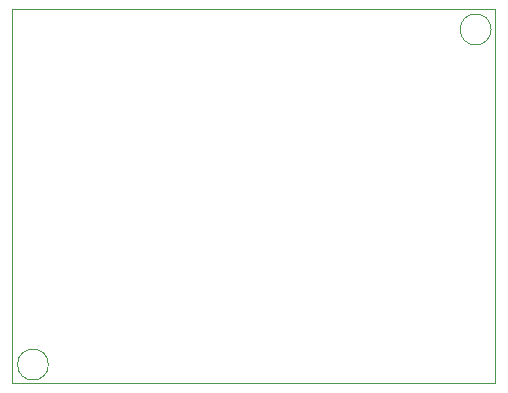
<source format=gbr>
%TF.GenerationSoftware,KiCad,Pcbnew,(5.1.9)-1*%
%TF.CreationDate,2021-03-20T21:05:46-03:00*%
%TF.ProjectId,boto_arm,626f746f-5f61-4726-9d2e-6b696361645f,rev?*%
%TF.SameCoordinates,Original*%
%TF.FileFunction,Profile,NP*%
%FSLAX46Y46*%
G04 Gerber Fmt 4.6, Leading zero omitted, Abs format (unit mm)*
G04 Created by KiCad (PCBNEW (5.1.9)-1) date 2021-03-20 21:05:46*
%MOMM*%
%LPD*%
G01*
G04 APERTURE LIST*
%TA.AperFunction,Profile*%
%ADD10C,0.050000*%
%TD*%
G04 APERTURE END LIST*
D10*
X65486790Y-97313211D02*
G75*
G03*
X65486790Y-97313211I-1306790J0D01*
G01*
X102966790Y-68940000D02*
G75*
G03*
X102966790Y-68940000I-1306790J0D01*
G01*
X103340000Y-67240000D02*
X103340000Y-98900000D01*
X62440000Y-67240000D02*
X103340000Y-67240000D01*
X62440000Y-98900000D02*
X103340000Y-98900000D01*
X62440000Y-67240000D02*
X62440000Y-98900000D01*
M02*

</source>
